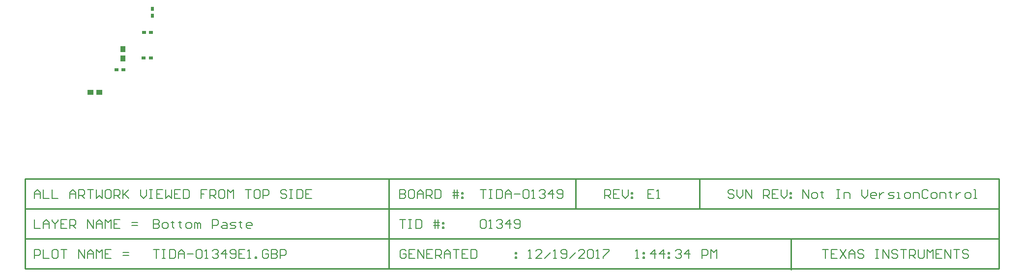
<source format=gbp>
G04 Layer_Color=128*
%FSAX25Y25*%
%MOIN*%
G70*
G01*
G75*
%ADD11R,0.03937X0.03740*%
%ADD12R,0.02362X0.03150*%
%ADD14C,0.00800*%
%ADD16C,0.01000*%
%ADD20R,0.03740X0.03937*%
%ADD21R,0.03150X0.02362*%
G54D11*
X0090450Y0159900D02*
D03*
X0084150D02*
D03*
G54D12*
X0126300Y0216362D02*
D03*
Y0211638D02*
D03*
G54D14*
X0126900Y0073549D02*
Y0067551D01*
X0129899D01*
X0130899Y0068550D01*
Y0069550D01*
X0129899Y0070550D01*
X0126900D01*
X0129899D01*
X0130899Y0071549D01*
Y0072549D01*
X0129899Y0073549D01*
X0126900D01*
X0133898Y0067551D02*
X0135897D01*
X0136897Y0068550D01*
Y0070550D01*
X0135897Y0071549D01*
X0133898D01*
X0132898Y0070550D01*
Y0068550D01*
X0133898Y0067551D01*
X0139896Y0072549D02*
Y0071549D01*
X0138896D01*
X0140895D01*
X0139896D01*
Y0068550D01*
X0140895Y0067551D01*
X0144894Y0072549D02*
Y0071549D01*
X0143895D01*
X0145894D01*
X0144894D01*
Y0068550D01*
X0145894Y0067551D01*
X0149893D02*
X0151892D01*
X0152892Y0068550D01*
Y0070550D01*
X0151892Y0071549D01*
X0149893D01*
X0148893Y0070550D01*
Y0068550D01*
X0149893Y0067551D01*
X0154891D02*
Y0071549D01*
X0155891D01*
X0156890Y0070550D01*
Y0067551D01*
Y0070550D01*
X0157890Y0071549D01*
X0158890Y0070550D01*
Y0067551D01*
X0166887D02*
Y0073549D01*
X0169886D01*
X0170886Y0072549D01*
Y0070550D01*
X0169886Y0069550D01*
X0166887D01*
X0173885Y0071549D02*
X0175884D01*
X0176884Y0070550D01*
Y0067551D01*
X0173885D01*
X0172885Y0068550D01*
X0173885Y0069550D01*
X0176884D01*
X0178883Y0067551D02*
X0181882D01*
X0182882Y0068550D01*
X0181882Y0069550D01*
X0179883D01*
X0178883Y0070550D01*
X0179883Y0071549D01*
X0182882D01*
X0185881Y0072549D02*
Y0071549D01*
X0184881D01*
X0186881D01*
X0185881D01*
Y0068550D01*
X0186881Y0067551D01*
X0192879D02*
X0190879D01*
X0189880Y0068550D01*
Y0070550D01*
X0190879Y0071549D01*
X0192879D01*
X0193878Y0070550D01*
Y0069550D01*
X0189880D01*
X0567400Y0087833D02*
Y0093831D01*
X0571399Y0087833D01*
Y0093831D01*
X0574398Y0087833D02*
X0576397D01*
X0577397Y0088833D01*
Y0090832D01*
X0576397Y0091832D01*
X0574398D01*
X0573398Y0090832D01*
Y0088833D01*
X0574398Y0087833D01*
X0580396Y0092832D02*
Y0091832D01*
X0579396D01*
X0581395D01*
X0580396D01*
Y0088833D01*
X0581395Y0087833D01*
X0590393Y0093831D02*
X0592392D01*
X0591392D01*
Y0087833D01*
X0590393D01*
X0592392D01*
X0595391D02*
Y0091832D01*
X0598390D01*
X0599390Y0090832D01*
Y0087833D01*
X0607387Y0093831D02*
Y0089833D01*
X0609386Y0087833D01*
X0611386Y0089833D01*
Y0093831D01*
X0616384Y0087833D02*
X0614385D01*
X0613385Y0088833D01*
Y0090832D01*
X0614385Y0091832D01*
X0616384D01*
X0617384Y0090832D01*
Y0089833D01*
X0613385D01*
X0619383Y0091832D02*
Y0087833D01*
Y0089833D01*
X0620383Y0090832D01*
X0621383Y0091832D01*
X0622382D01*
X0625381Y0087833D02*
X0628380D01*
X0629380Y0088833D01*
X0628380Y0089833D01*
X0626381D01*
X0625381Y0090832D01*
X0626381Y0091832D01*
X0629380D01*
X0631379Y0087833D02*
X0633379D01*
X0632379D01*
Y0091832D01*
X0631379D01*
X0637377Y0087833D02*
X0639377D01*
X0640376Y0088833D01*
Y0090832D01*
X0639377Y0091832D01*
X0637377D01*
X0636378Y0090832D01*
Y0088833D01*
X0637377Y0087833D01*
X0642376D02*
Y0091832D01*
X0645375D01*
X0646374Y0090832D01*
Y0087833D01*
X0652373Y0092832D02*
X0651373Y0093831D01*
X0649373D01*
X0648374Y0092832D01*
Y0088833D01*
X0649373Y0087833D01*
X0651373D01*
X0652373Y0088833D01*
X0655372Y0087833D02*
X0657371D01*
X0658371Y0088833D01*
Y0090832D01*
X0657371Y0091832D01*
X0655372D01*
X0654372Y0090832D01*
Y0088833D01*
X0655372Y0087833D01*
X0660370D02*
Y0091832D01*
X0663369D01*
X0664369Y0090832D01*
Y0087833D01*
X0667368Y0092832D02*
Y0091832D01*
X0666368D01*
X0668367D01*
X0667368D01*
Y0088833D01*
X0668367Y0087833D01*
X0671366Y0091832D02*
Y0087833D01*
Y0089833D01*
X0672366Y0090832D01*
X0673366Y0091832D01*
X0674365D01*
X0678364Y0087833D02*
X0680364D01*
X0681363Y0088833D01*
Y0090832D01*
X0680364Y0091832D01*
X0678364D01*
X0677364Y0090832D01*
Y0088833D01*
X0678364Y0087833D01*
X0683362D02*
X0685362D01*
X0684362D01*
Y0093831D01*
X0683362D01*
X0520799Y0092832D02*
X0519799Y0093831D01*
X0517800D01*
X0516800Y0092832D01*
Y0091832D01*
X0517800Y0090832D01*
X0519799D01*
X0520799Y0089833D01*
Y0088833D01*
X0519799Y0087833D01*
X0517800D01*
X0516800Y0088833D01*
X0522798Y0093831D02*
Y0089833D01*
X0524797Y0087833D01*
X0526797Y0089833D01*
Y0093831D01*
X0528796Y0087833D02*
Y0093831D01*
X0532795Y0087833D01*
Y0093831D01*
X0540792Y0087833D02*
Y0093831D01*
X0543791D01*
X0544791Y0092832D01*
Y0090832D01*
X0543791Y0089833D01*
X0540792D01*
X0542792D02*
X0544791Y0087833D01*
X0550789Y0093831D02*
X0546790D01*
Y0087833D01*
X0550789D01*
X0546790Y0090832D02*
X0548790D01*
X0552788Y0093831D02*
Y0089833D01*
X0554788Y0087833D01*
X0556787Y0089833D01*
Y0093831D01*
X0558786Y0091832D02*
X0559786D01*
Y0090832D01*
X0558786D01*
Y0091832D01*
Y0088833D02*
X0559786D01*
Y0087833D01*
X0558786D01*
Y0088833D01*
X0433000Y0087833D02*
Y0093831D01*
X0435999D01*
X0436999Y0092832D01*
Y0090832D01*
X0435999Y0089833D01*
X0433000D01*
X0434999D02*
X0436999Y0087833D01*
X0442997Y0093831D02*
X0438998D01*
Y0087833D01*
X0442997D01*
X0438998Y0090832D02*
X0440997D01*
X0444996Y0093831D02*
Y0089833D01*
X0446995Y0087833D01*
X0448995Y0089833D01*
Y0093831D01*
X0450994Y0091832D02*
X0451994D01*
Y0090832D01*
X0450994D01*
Y0091832D01*
Y0088833D02*
X0451994D01*
Y0087833D01*
X0450994D01*
Y0088833D01*
X0126900Y0052965D02*
X0130899D01*
X0128899D01*
Y0046966D01*
X0132898Y0052965D02*
X0134897D01*
X0133898D01*
Y0046966D01*
X0132898D01*
X0134897D01*
X0137896Y0052965D02*
Y0046966D01*
X0140895D01*
X0141895Y0047966D01*
Y0051965D01*
X0140895Y0052965D01*
X0137896D01*
X0143895Y0046966D02*
Y0050965D01*
X0145894Y0052965D01*
X0147893Y0050965D01*
Y0046966D01*
Y0049966D01*
X0143895D01*
X0149893D02*
X0153891D01*
X0155891Y0051965D02*
X0156890Y0052965D01*
X0158890D01*
X0159889Y0051965D01*
Y0047966D01*
X0158890Y0046966D01*
X0156890D01*
X0155891Y0047966D01*
Y0051965D01*
X0161889Y0046966D02*
X0163888D01*
X0162888D01*
Y0052965D01*
X0161889Y0051965D01*
X0166887D02*
X0167887Y0052965D01*
X0169886D01*
X0170886Y0051965D01*
Y0050965D01*
X0169886Y0049966D01*
X0168886D01*
X0169886D01*
X0170886Y0048966D01*
Y0047966D01*
X0169886Y0046966D01*
X0167887D01*
X0166887Y0047966D01*
X0175884Y0046966D02*
Y0052965D01*
X0172885Y0049966D01*
X0176884D01*
X0178883Y0047966D02*
X0179883Y0046966D01*
X0181882D01*
X0182882Y0047966D01*
Y0051965D01*
X0181882Y0052965D01*
X0179883D01*
X0178883Y0051965D01*
Y0050965D01*
X0179883Y0049966D01*
X0182882D01*
X0188880Y0052965D02*
X0184881D01*
Y0046966D01*
X0188880D01*
X0184881Y0049966D02*
X0186881D01*
X0190879Y0046966D02*
X0192879D01*
X0191879D01*
Y0052965D01*
X0190879Y0051965D01*
X0195878Y0046966D02*
Y0047966D01*
X0196877D01*
Y0046966D01*
X0195878D01*
X0204875Y0051965D02*
X0203875Y0052965D01*
X0201876D01*
X0200876Y0051965D01*
Y0047966D01*
X0201876Y0046966D01*
X0203875D01*
X0204875Y0047966D01*
Y0049966D01*
X0202875D01*
X0206874Y0052965D02*
Y0046966D01*
X0209873D01*
X0210873Y0047966D01*
Y0048966D01*
X0209873Y0049966D01*
X0206874D01*
X0209873D01*
X0210873Y0050965D01*
Y0051965D01*
X0209873Y0052965D01*
X0206874D01*
X0212872Y0046966D02*
Y0052965D01*
X0215871D01*
X0216871Y0051965D01*
Y0049966D01*
X0215871Y0048966D01*
X0212872D01*
X0381150Y0046966D02*
X0383149D01*
X0382150D01*
Y0052965D01*
X0381150Y0051965D01*
X0390147Y0046966D02*
X0386148D01*
X0390147Y0050965D01*
Y0051965D01*
X0389147Y0052965D01*
X0387148D01*
X0386148Y0051965D01*
X0392146Y0046966D02*
X0396145Y0050965D01*
X0398145Y0046966D02*
X0400144D01*
X0399144D01*
Y0052965D01*
X0398145Y0051965D01*
X0403143Y0047966D02*
X0404143Y0046966D01*
X0406142D01*
X0407142Y0047966D01*
Y0051965D01*
X0406142Y0052965D01*
X0404143D01*
X0403143Y0051965D01*
Y0050965D01*
X0404143Y0049966D01*
X0407142D01*
X0409141Y0046966D02*
X0413140Y0050965D01*
X0419138Y0046966D02*
X0415139D01*
X0419138Y0050965D01*
Y0051965D01*
X0418138Y0052965D01*
X0416139D01*
X0415139Y0051965D01*
X0421137D02*
X0422137Y0052965D01*
X0424136D01*
X0425136Y0051965D01*
Y0047966D01*
X0424136Y0046966D01*
X0422137D01*
X0421137Y0047966D01*
Y0051965D01*
X0427135Y0046966D02*
X0429135D01*
X0428135D01*
Y0052965D01*
X0427135Y0051965D01*
X0432133Y0052965D02*
X0436132D01*
Y0051965D01*
X0432133Y0047966D01*
Y0046966D01*
X0298199Y0051965D02*
X0297199Y0052965D01*
X0295200D01*
X0294200Y0051965D01*
Y0047966D01*
X0295200Y0046966D01*
X0297199D01*
X0298199Y0047966D01*
Y0049966D01*
X0296199D01*
X0304197Y0052965D02*
X0300198D01*
Y0046966D01*
X0304197D01*
X0300198Y0049966D02*
X0302197D01*
X0306196Y0046966D02*
Y0052965D01*
X0310195Y0046966D01*
Y0052965D01*
X0316193D02*
X0312194D01*
Y0046966D01*
X0316193D01*
X0312194Y0049966D02*
X0314194D01*
X0318192Y0046966D02*
Y0052965D01*
X0321191D01*
X0322191Y0051965D01*
Y0049966D01*
X0321191Y0048966D01*
X0318192D01*
X0320192D02*
X0322191Y0046966D01*
X0324190D02*
Y0050965D01*
X0326190Y0052965D01*
X0328189Y0050965D01*
Y0046966D01*
Y0049966D01*
X0324190D01*
X0330188Y0052965D02*
X0334187D01*
X0332188D01*
Y0046966D01*
X0340185Y0052965D02*
X0336186D01*
Y0046966D01*
X0340185D01*
X0336186Y0049966D02*
X0338186D01*
X0342184Y0052965D02*
Y0046966D01*
X0345183D01*
X0346183Y0047966D01*
Y0051965D01*
X0345183Y0052965D01*
X0342184D01*
X0372175Y0050965D02*
X0373175D01*
Y0049966D01*
X0372175D01*
Y0050965D01*
Y0047966D02*
X0373175D01*
Y0046966D01*
X0372175D01*
Y0047966D01*
X0046350Y0087833D02*
Y0091832D01*
X0048349Y0093831D01*
X0050349Y0091832D01*
Y0087833D01*
Y0090832D01*
X0046350D01*
X0052348Y0093831D02*
Y0087833D01*
X0056347D01*
X0058346Y0093831D02*
Y0087833D01*
X0062345D01*
X0070342D02*
Y0091832D01*
X0072342Y0093831D01*
X0074341Y0091832D01*
Y0087833D01*
Y0090832D01*
X0070342D01*
X0076340Y0087833D02*
Y0093831D01*
X0079339D01*
X0080339Y0092832D01*
Y0090832D01*
X0079339Y0089833D01*
X0076340D01*
X0078340D02*
X0080339Y0087833D01*
X0082338Y0093831D02*
X0086337D01*
X0084338D01*
Y0087833D01*
X0088336Y0093831D02*
Y0087833D01*
X0090336Y0089833D01*
X0092335Y0087833D01*
Y0093831D01*
X0097334D02*
X0095334D01*
X0094335Y0092832D01*
Y0088833D01*
X0095334Y0087833D01*
X0097334D01*
X0098333Y0088833D01*
Y0092832D01*
X0097334Y0093831D01*
X0100332Y0087833D02*
Y0093831D01*
X0103332D01*
X0104331Y0092832D01*
Y0090832D01*
X0103332Y0089833D01*
X0100332D01*
X0102332D02*
X0104331Y0087833D01*
X0106331Y0093831D02*
Y0087833D01*
Y0089833D01*
X0110329Y0093831D01*
X0107330Y0090832D01*
X0110329Y0087833D01*
X0118327Y0093831D02*
Y0089833D01*
X0120326Y0087833D01*
X0122325Y0089833D01*
Y0093831D01*
X0124325D02*
X0126324D01*
X0125324D01*
Y0087833D01*
X0124325D01*
X0126324D01*
X0133322Y0093831D02*
X0129323D01*
Y0087833D01*
X0133322D01*
X0129323Y0090832D02*
X0131323D01*
X0135321Y0093831D02*
Y0087833D01*
X0137321Y0089833D01*
X0139320Y0087833D01*
Y0093831D01*
X0145318D02*
X0141319D01*
Y0087833D01*
X0145318D01*
X0141319Y0090832D02*
X0143319D01*
X0147317Y0093831D02*
Y0087833D01*
X0150316D01*
X0151316Y0088833D01*
Y0092832D01*
X0150316Y0093831D01*
X0147317D01*
X0163312D02*
X0159313D01*
Y0090832D01*
X0161313D01*
X0159313D01*
Y0087833D01*
X0165312D02*
Y0093831D01*
X0168310D01*
X0169310Y0092832D01*
Y0090832D01*
X0168310Y0089833D01*
X0165312D01*
X0167311D02*
X0169310Y0087833D01*
X0174309Y0093831D02*
X0172309D01*
X0171310Y0092832D01*
Y0088833D01*
X0172309Y0087833D01*
X0174309D01*
X0175308Y0088833D01*
Y0092832D01*
X0174309Y0093831D01*
X0177308Y0087833D02*
Y0093831D01*
X0179307Y0091832D01*
X0181306Y0093831D01*
Y0087833D01*
X0189304Y0093831D02*
X0193303D01*
X0191303D01*
Y0087833D01*
X0198301Y0093831D02*
X0196301D01*
X0195302Y0092832D01*
Y0088833D01*
X0196301Y0087833D01*
X0198301D01*
X0199301Y0088833D01*
Y0092832D01*
X0198301Y0093831D01*
X0201300Y0087833D02*
Y0093831D01*
X0204299D01*
X0205299Y0092832D01*
Y0090832D01*
X0204299Y0089833D01*
X0201300D01*
X0217295Y0092832D02*
X0216295Y0093831D01*
X0214296D01*
X0213296Y0092832D01*
Y0091832D01*
X0214296Y0090832D01*
X0216295D01*
X0217295Y0089833D01*
Y0088833D01*
X0216295Y0087833D01*
X0214296D01*
X0213296Y0088833D01*
X0219294Y0093831D02*
X0221293D01*
X0220294D01*
Y0087833D01*
X0219294D01*
X0221293D01*
X0224292Y0093831D02*
Y0087833D01*
X0227291D01*
X0228291Y0088833D01*
Y0092832D01*
X0227291Y0093831D01*
X0224292D01*
X0234289D02*
X0230291D01*
Y0087833D01*
X0234289D01*
X0230291Y0090832D02*
X0232290D01*
X0466149Y0093831D02*
X0462150D01*
Y0087833D01*
X0466149D01*
X0462150Y0090832D02*
X0464149D01*
X0468148Y0087833D02*
X0470147D01*
X0469148D01*
Y0093831D01*
X0468148Y0092832D01*
X0348550Y0093831D02*
X0352549D01*
X0350549D01*
Y0087833D01*
X0354548Y0093831D02*
X0356547D01*
X0355548D01*
Y0087833D01*
X0354548D01*
X0356547D01*
X0359546Y0093831D02*
Y0087833D01*
X0362545D01*
X0363545Y0088833D01*
Y0092832D01*
X0362545Y0093831D01*
X0359546D01*
X0365545Y0087833D02*
Y0091832D01*
X0367544Y0093831D01*
X0369543Y0091832D01*
Y0087833D01*
Y0090832D01*
X0365545D01*
X0371543D02*
X0375541D01*
X0377541Y0092832D02*
X0378540Y0093831D01*
X0380540D01*
X0381539Y0092832D01*
Y0088833D01*
X0380540Y0087833D01*
X0378540D01*
X0377541Y0088833D01*
Y0092832D01*
X0383539Y0087833D02*
X0385538D01*
X0384538D01*
Y0093831D01*
X0383539Y0092832D01*
X0388537D02*
X0389537Y0093831D01*
X0391536D01*
X0392536Y0092832D01*
Y0091832D01*
X0391536Y0090832D01*
X0390536D01*
X0391536D01*
X0392536Y0089833D01*
Y0088833D01*
X0391536Y0087833D01*
X0389537D01*
X0388537Y0088833D01*
X0397534Y0087833D02*
Y0093831D01*
X0394535Y0090832D01*
X0398534D01*
X0400533Y0088833D02*
X0401533Y0087833D01*
X0403532D01*
X0404532Y0088833D01*
Y0092832D01*
X0403532Y0093831D01*
X0401533D01*
X0400533Y0092832D01*
Y0091832D01*
X0401533Y0090832D01*
X0404532D01*
X0294000Y0093831D02*
Y0087833D01*
X0296999D01*
X0297999Y0088833D01*
Y0089833D01*
X0296999Y0090832D01*
X0294000D01*
X0296999D01*
X0297999Y0091832D01*
Y0092832D01*
X0296999Y0093831D01*
X0294000D01*
X0302997D02*
X0300998D01*
X0299998Y0092832D01*
Y0088833D01*
X0300998Y0087833D01*
X0302997D01*
X0303997Y0088833D01*
Y0092832D01*
X0302997Y0093831D01*
X0305996Y0087833D02*
Y0091832D01*
X0307996Y0093831D01*
X0309995Y0091832D01*
Y0087833D01*
Y0090832D01*
X0305996D01*
X0311994Y0087833D02*
Y0093831D01*
X0314993D01*
X0315993Y0092832D01*
Y0090832D01*
X0314993Y0089833D01*
X0311994D01*
X0313994D02*
X0315993Y0087833D01*
X0317992Y0093831D02*
Y0087833D01*
X0320991D01*
X0321991Y0088833D01*
Y0092832D01*
X0320991Y0093831D01*
X0317992D01*
X0330988Y0087833D02*
Y0093831D01*
X0332987D02*
Y0087833D01*
X0329988Y0091832D02*
X0332987D01*
X0333987D01*
X0329988Y0089833D02*
X0333987D01*
X0335986Y0091832D02*
X0336986D01*
Y0090832D01*
X0335986D01*
Y0091832D01*
Y0088833D02*
X0336986D01*
Y0087833D01*
X0335986D01*
Y0088833D01*
X0046350Y0073549D02*
Y0067551D01*
X0050349D01*
X0052348D02*
Y0071549D01*
X0054347Y0073549D01*
X0056347Y0071549D01*
Y0067551D01*
Y0070550D01*
X0052348D01*
X0058346Y0073549D02*
Y0072549D01*
X0060346Y0070550D01*
X0062345Y0072549D01*
Y0073549D01*
X0060346Y0070550D02*
Y0067551D01*
X0068343Y0073549D02*
X0064344D01*
Y0067551D01*
X0068343D01*
X0064344Y0070550D02*
X0066343D01*
X0070342Y0067551D02*
Y0073549D01*
X0073341D01*
X0074341Y0072549D01*
Y0070550D01*
X0073341Y0069550D01*
X0070342D01*
X0072342D02*
X0074341Y0067551D01*
X0082338D02*
Y0073549D01*
X0086337Y0067551D01*
Y0073549D01*
X0088336Y0067551D02*
Y0071549D01*
X0090336Y0073549D01*
X0092335Y0071549D01*
Y0067551D01*
Y0070550D01*
X0088336D01*
X0094335Y0067551D02*
Y0073549D01*
X0096334Y0071549D01*
X0098333Y0073549D01*
Y0067551D01*
X0104331Y0073549D02*
X0100332D01*
Y0067551D01*
X0104331D01*
X0100332Y0070550D02*
X0102332D01*
X0112329Y0069550D02*
X0116327D01*
X0112329Y0071549D02*
X0116327D01*
X0046350Y0046966D02*
Y0052965D01*
X0049349D01*
X0050349Y0051965D01*
Y0049966D01*
X0049349Y0048966D01*
X0046350D01*
X0052348Y0052965D02*
Y0046966D01*
X0056347D01*
X0061345Y0052965D02*
X0059346D01*
X0058346Y0051965D01*
Y0047966D01*
X0059346Y0046966D01*
X0061345D01*
X0062345Y0047966D01*
Y0051965D01*
X0061345Y0052965D01*
X0064344D02*
X0068343D01*
X0066343D01*
Y0046966D01*
X0076340D02*
Y0052965D01*
X0080339Y0046966D01*
Y0052965D01*
X0082338Y0046966D02*
Y0050965D01*
X0084338Y0052965D01*
X0086337Y0050965D01*
Y0046966D01*
Y0049966D01*
X0082338D01*
X0088336Y0046966D02*
Y0052965D01*
X0090336Y0050965D01*
X0092335Y0052965D01*
Y0046966D01*
X0098333Y0052965D02*
X0094335D01*
Y0046966D01*
X0098333D01*
X0094335Y0049966D02*
X0096334D01*
X0106331Y0048966D02*
X0110329D01*
X0106331Y0050965D02*
X0110329D01*
X0454050Y0046966D02*
X0456049D01*
X0455050D01*
Y0052965D01*
X0454050Y0051965D01*
X0459048Y0050965D02*
X0460048D01*
Y0049966D01*
X0459048D01*
Y0050965D01*
Y0047966D02*
X0460048D01*
Y0046966D01*
X0459048D01*
Y0047966D01*
X0467046Y0046966D02*
Y0052965D01*
X0464047Y0049966D01*
X0468046D01*
X0473044Y0046966D02*
Y0052965D01*
X0470045Y0049966D01*
X0474044D01*
X0476043Y0050965D02*
X0477043D01*
Y0049966D01*
X0476043D01*
Y0050965D01*
Y0047966D02*
X0477043D01*
Y0046966D01*
X0476043D01*
Y0047966D01*
X0481041Y0051965D02*
X0482041Y0052965D01*
X0484040D01*
X0485040Y0051965D01*
Y0050965D01*
X0484040Y0049966D01*
X0483041D01*
X0484040D01*
X0485040Y0048966D01*
Y0047966D01*
X0484040Y0046966D01*
X0482041D01*
X0481041Y0047966D01*
X0490038Y0046966D02*
Y0052965D01*
X0487039Y0049966D01*
X0491038D01*
X0499035Y0046966D02*
Y0052965D01*
X0502035D01*
X0503034Y0051965D01*
Y0049966D01*
X0502035Y0048966D01*
X0499035D01*
X0505033Y0046966D02*
Y0052965D01*
X0507033Y0050965D01*
X0509032Y0052965D01*
Y0046966D01*
X0580500Y0052965D02*
X0584499D01*
X0582499D01*
Y0046966D01*
X0590497Y0052965D02*
X0586498D01*
Y0046966D01*
X0590497D01*
X0586498Y0049966D02*
X0588497D01*
X0592496Y0052965D02*
X0596495Y0046966D01*
Y0052965D02*
X0592496Y0046966D01*
X0598494D02*
Y0050965D01*
X0600493Y0052965D01*
X0602493Y0050965D01*
Y0046966D01*
Y0049966D01*
X0598494D01*
X0608491Y0051965D02*
X0607491Y0052965D01*
X0605492D01*
X0604492Y0051965D01*
Y0050965D01*
X0605492Y0049966D01*
X0607491D01*
X0608491Y0048966D01*
Y0047966D01*
X0607491Y0046966D01*
X0605492D01*
X0604492Y0047966D01*
X0616488Y0052965D02*
X0618488D01*
X0617488D01*
Y0046966D01*
X0616488D01*
X0618488D01*
X0621487D02*
Y0052965D01*
X0625486Y0046966D01*
Y0052965D01*
X0631484Y0051965D02*
X0630484Y0052965D01*
X0628484D01*
X0627485Y0051965D01*
Y0050965D01*
X0628484Y0049966D01*
X0630484D01*
X0631484Y0048966D01*
Y0047966D01*
X0630484Y0046966D01*
X0628484D01*
X0627485Y0047966D01*
X0633483Y0052965D02*
X0637482D01*
X0635482D01*
Y0046966D01*
X0639481D02*
Y0052965D01*
X0642480D01*
X0643480Y0051965D01*
Y0049966D01*
X0642480Y0048966D01*
X0639481D01*
X0641480D02*
X0643480Y0046966D01*
X0645479Y0052965D02*
Y0047966D01*
X0646479Y0046966D01*
X0648478D01*
X0649478Y0047966D01*
Y0052965D01*
X0651477Y0046966D02*
Y0052965D01*
X0653476Y0050965D01*
X0655476Y0052965D01*
Y0046966D01*
X0661474Y0052965D02*
X0657475D01*
Y0046966D01*
X0661474D01*
X0657475Y0049966D02*
X0659474D01*
X0663473Y0046966D02*
Y0052965D01*
X0667472Y0046966D01*
Y0052965D01*
X0669471D02*
X0673470D01*
X0671471D01*
Y0046966D01*
X0679468Y0051965D02*
X0678468Y0052965D01*
X0676469D01*
X0675469Y0051965D01*
Y0050965D01*
X0676469Y0049966D01*
X0678468D01*
X0679468Y0048966D01*
Y0047966D01*
X0678468Y0046966D01*
X0676469D01*
X0675469Y0047966D01*
X0294000Y0073498D02*
X0297999D01*
X0295999D01*
Y0067500D01*
X0299998Y0073498D02*
X0301997D01*
X0300998D01*
Y0067500D01*
X0299998D01*
X0301997D01*
X0304996Y0073498D02*
Y0067500D01*
X0307996D01*
X0308995Y0068500D01*
Y0072498D01*
X0307996Y0073498D01*
X0304996D01*
X0317992Y0067500D02*
Y0073498D01*
X0319992D02*
Y0067500D01*
X0316993Y0071499D02*
X0319992D01*
X0320991D01*
X0316993Y0069499D02*
X0320991D01*
X0322991Y0071499D02*
X0323990D01*
Y0070499D01*
X0322991D01*
Y0071499D01*
Y0068500D02*
X0323990D01*
Y0067500D01*
X0322991D01*
Y0068500D01*
X0348550Y0072498D02*
X0349550Y0073498D01*
X0351549D01*
X0352549Y0072498D01*
Y0068500D01*
X0351549Y0067500D01*
X0349550D01*
X0348550Y0068500D01*
Y0072498D01*
X0354548Y0067500D02*
X0356547D01*
X0355548D01*
Y0073498D01*
X0354548Y0072498D01*
X0359546D02*
X0360546Y0073498D01*
X0362545D01*
X0363545Y0072498D01*
Y0071499D01*
X0362545Y0070499D01*
X0361546D01*
X0362545D01*
X0363545Y0069499D01*
Y0068500D01*
X0362545Y0067500D01*
X0360546D01*
X0359546Y0068500D01*
X0368544Y0067500D02*
Y0073498D01*
X0365545Y0070499D01*
X0369543D01*
X0371543Y0068500D02*
X0372542Y0067500D01*
X0374542D01*
X0375541Y0068500D01*
Y0072498D01*
X0374542Y0073498D01*
X0372542D01*
X0371543Y0072498D01*
Y0071499D01*
X0372542Y0070499D01*
X0375541D01*
G54D16*
X0497200Y0080717D02*
Y0101050D01*
X0413200Y0080717D02*
Y0101050D01*
X0040000Y0080717D02*
X0700200D01*
X0040000Y0060383D02*
X0700000D01*
X0040000Y0040050D02*
X0440500D01*
X0040050Y0101050D02*
X0700200D01*
X0040050Y0040050D02*
Y0101050D01*
Y0040050D02*
X0197600D01*
X0040000D02*
Y0101050D01*
X0286500Y0040050D02*
Y0101050D01*
X0700200Y0040050D02*
Y0101050D01*
X0440500Y0040050D02*
X0700200D01*
X0559400Y0039400D02*
Y0059683D01*
G54D20*
X0106200Y0189014D02*
D03*
Y0182715D02*
D03*
G54D21*
X0120438Y0183200D02*
D03*
X0125162D02*
D03*
X0120638Y0200500D02*
D03*
X0125362D02*
D03*
X0106762Y0175000D02*
D03*
X0102038D02*
D03*
M02*

</source>
